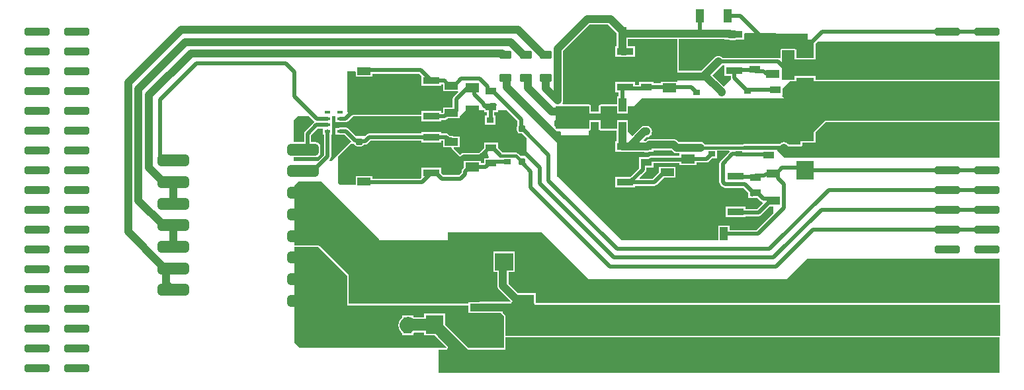
<source format=gtl>
G04*
G04 #@! TF.GenerationSoftware,Altium Limited,Altium Designer,21.8.1 (53)*
G04*
G04 Layer_Physical_Order=1*
G04 Layer_Color=255*
%FSLAX25Y25*%
%MOIN*%
G70*
G04*
G04 #@! TF.SameCoordinates,0937BB6D-0895-473D-B1AA-8B930BF7CBED*
G04*
G04*
G04 #@! TF.FilePolarity,Positive*
G04*
G01*
G75*
G04:AMPARAMS|DCode=19|XSize=59.06mil|YSize=157.48mil|CornerRadius=14.76mil|HoleSize=0mil|Usage=FLASHONLY|Rotation=270.000|XOffset=0mil|YOffset=0mil|HoleType=Round|Shape=RoundedRectangle|*
%AMROUNDEDRECTD19*
21,1,0.05906,0.12795,0,0,270.0*
21,1,0.02953,0.15748,0,0,270.0*
1,1,0.02953,-0.06398,-0.01476*
1,1,0.02953,-0.06398,0.01476*
1,1,0.02953,0.06398,0.01476*
1,1,0.02953,0.06398,-0.01476*
%
%ADD19ROUNDEDRECTD19*%
G04:AMPARAMS|DCode=20|XSize=40.16mil|YSize=125.98mil|CornerRadius=10.04mil|HoleSize=0mil|Usage=FLASHONLY|Rotation=270.000|XOffset=0mil|YOffset=0mil|HoleType=Round|Shape=RoundedRectangle|*
%AMROUNDEDRECTD20*
21,1,0.04016,0.10591,0,0,270.0*
21,1,0.02008,0.12598,0,0,270.0*
1,1,0.02008,-0.05295,-0.01004*
1,1,0.02008,-0.05295,0.01004*
1,1,0.02008,0.05295,0.01004*
1,1,0.02008,0.05295,-0.01004*
%
%ADD20ROUNDEDRECTD20*%
%ADD21R,0.03150X0.01575*%
G04:AMPARAMS|DCode=22|XSize=39.37mil|YSize=62.99mil|CornerRadius=9.84mil|HoleSize=0mil|Usage=FLASHONLY|Rotation=270.000|XOffset=0mil|YOffset=0mil|HoleType=Round|Shape=RoundedRectangle|*
%AMROUNDEDRECTD22*
21,1,0.03937,0.04331,0,0,270.0*
21,1,0.01968,0.06299,0,0,270.0*
1,1,0.01968,-0.02165,-0.00984*
1,1,0.01968,-0.02165,0.00984*
1,1,0.01968,0.02165,0.00984*
1,1,0.01968,0.02165,-0.00984*
%
%ADD22ROUNDEDRECTD22*%
%ADD23R,0.08858X0.09252*%
G04:AMPARAMS|DCode=24|XSize=35.43mil|YSize=31.5mil|CornerRadius=7.87mil|HoleSize=0mil|Usage=FLASHONLY|Rotation=0.000|XOffset=0mil|YOffset=0mil|HoleType=Round|Shape=RoundedRectangle|*
%AMROUNDEDRECTD24*
21,1,0.03543,0.01575,0,0,0.0*
21,1,0.01968,0.03150,0,0,0.0*
1,1,0.01575,0.00984,-0.00787*
1,1,0.01575,-0.00984,-0.00787*
1,1,0.01575,-0.00984,0.00787*
1,1,0.01575,0.00984,0.00787*
%
%ADD24ROUNDEDRECTD24*%
%ADD25R,0.05512X0.03740*%
%ADD26R,0.09252X0.08858*%
%ADD27R,0.03937X0.06890*%
%ADD28R,0.09449X0.03937*%
%ADD29R,0.09449X0.12992*%
%ADD30R,0.21260X0.24410*%
%ADD31R,0.03937X0.08268*%
%ADD32R,0.03543X0.03150*%
%ADD33R,0.07087X0.04528*%
%ADD34R,0.06890X0.03937*%
%ADD35R,0.08465X0.03740*%
%ADD36R,0.08465X0.12795*%
%ADD55C,0.01968*%
%ADD56C,0.01575*%
%ADD57C,0.03937*%
%ADD58C,0.05906*%
%ADD59C,0.07874*%
G36*
X-122606Y-34110D02*
Y-46461D01*
X-128280D01*
Y-42684D01*
X-128341Y-42377D01*
X-128515Y-42117D01*
X-128776Y-41943D01*
X-129083Y-41881D01*
X-135559D01*
X-135866Y-41943D01*
X-136127Y-42117D01*
X-136301Y-42377D01*
X-136362Y-42684D01*
Y-46406D01*
X-136803Y-46642D01*
X-136868Y-46599D01*
X-137559Y-46461D01*
X-165477D01*
X-165600Y-46302D01*
X-166175Y-45860D01*
X-166846Y-45583D01*
X-167565Y-45488D01*
X-168284Y-45583D01*
X-168955Y-45860D01*
X-169530Y-46302D01*
X-176228Y-53000D01*
X-187567D01*
Y-37047D01*
X-164454D01*
Y-37370D01*
X-162385D01*
X-162319Y-37398D01*
X-161600Y-37492D01*
X-159434D01*
X-158715Y-37398D01*
X-158649Y-37370D01*
X-154415D01*
Y-34342D01*
X-154060Y-33989D01*
X-122606Y-34110D01*
D02*
G37*
G36*
X-25953Y-57496D02*
X-118650D01*
Y-55728D01*
X-129083D01*
Y-57496D01*
X-135559D01*
Y-42684D01*
X-129083D01*
Y-47264D01*
X-118650D01*
Y-39188D01*
X-117603Y-38142D01*
X-25953D01*
Y-57496D01*
D02*
G37*
G36*
X-218742Y-33943D02*
Y-34268D01*
Y-40555D01*
X-219454D01*
Y-45870D01*
X-216649D01*
X-216583Y-45897D01*
X-215863Y-45992D01*
X-214434D01*
X-213715Y-45897D01*
X-213649Y-45870D01*
X-209415D01*
Y-40555D01*
X-213182D01*
Y-37047D01*
X-188370D01*
Y-58508D01*
X-196505D01*
Y-59398D01*
X-200308D01*
Y-58547D01*
X-207395D01*
Y-60172D01*
X-209415D01*
Y-58665D01*
X-219454D01*
Y-63980D01*
X-217768D01*
Y-66035D01*
X-218718D01*
Y-70020D01*
X-226986D01*
X-227293Y-70081D01*
X-227553Y-70255D01*
X-227727Y-70516D01*
X-227753Y-70646D01*
X-231730D01*
X-231756Y-70516D01*
X-231930Y-70255D01*
X-232190Y-70081D01*
X-232497Y-70020D01*
X-245689D01*
X-246192Y-69517D01*
X-246160Y-69469D01*
X-246099Y-69165D01*
X-245942Y-68786D01*
X-245848Y-68067D01*
Y-42974D01*
X-232476Y-29603D01*
X-223082D01*
X-218742Y-33943D01*
D02*
G37*
G36*
X-164454Y-50165D02*
Y-55480D01*
X-161241D01*
Y-56585D01*
X-161110Y-57244D01*
X-164734Y-60868D01*
X-170484Y-55117D01*
X-165600Y-50233D01*
X-165477Y-50074D01*
X-164916D01*
X-164454Y-50165D01*
D02*
G37*
G36*
X-350291Y-53539D02*
Y-55862D01*
X-341827D01*
Y-54413D01*
X-318225D01*
X-317161Y-55476D01*
Y-60598D01*
X-307122D01*
Y-59747D01*
X-306421D01*
X-306291Y-59877D01*
Y-63157D01*
X-298729D01*
X-298538Y-63619D01*
X-300876Y-65957D01*
X-301267Y-66543D01*
X-301405Y-67234D01*
Y-71425D01*
X-306291D01*
Y-74245D01*
X-307122D01*
Y-73394D01*
X-317161D01*
Y-75193D01*
X-345017Y-75193D01*
X-351670D01*
X-351977Y-75254D01*
X-352238Y-75428D01*
X-352238Y-75428D01*
X-352494Y-75685D01*
X-352654D01*
X-354669Y-73669D01*
Y-53260D01*
X-350648Y-53188D01*
X-350291Y-53539D01*
D02*
G37*
G36*
X-25953Y-78205D02*
X-113787D01*
X-122579Y-86996D01*
X-126059D01*
Y-90224D01*
X-126216Y-90382D01*
X-131932D01*
X-132483Y-89831D01*
X-133059Y-89389D01*
X-133729Y-89111D01*
X-134449Y-89016D01*
X-135168Y-89111D01*
X-135839Y-89389D01*
X-136414Y-89831D01*
X-136537Y-89990D01*
X-154582D01*
X-155273Y-90127D01*
X-155296Y-90142D01*
X-174386D01*
X-174662Y-89783D01*
X-175238Y-89341D01*
X-175908Y-89063D01*
X-176627Y-88968D01*
X-187551D01*
X-188107Y-88412D01*
X-188682Y-87971D01*
X-189119Y-87790D01*
Y-87622D01*
X-189892D01*
X-190072Y-87598D01*
X-202210D01*
X-202929Y-87693D01*
X-203600Y-87971D01*
X-204175Y-88412D01*
X-204250Y-88487D01*
X-204659Y-88433D01*
X-204905D01*
X-205096Y-87971D01*
X-203622Y-86496D01*
X-203021Y-86417D01*
X-202350Y-86140D01*
X-202183Y-86011D01*
X-202141Y-86003D01*
X-201621Y-85655D01*
X-201273Y-85134D01*
X-201212Y-84830D01*
X-201055Y-84452D01*
X-200960Y-83732D01*
X-201055Y-83013D01*
X-201212Y-82634D01*
X-201273Y-82330D01*
X-201621Y-81810D01*
X-202141Y-81462D01*
X-202183Y-81453D01*
X-202350Y-81325D01*
X-203021Y-81047D01*
X-203740Y-80953D01*
X-204789D01*
X-205508Y-81047D01*
X-206179Y-81325D01*
X-206754Y-81767D01*
X-210969Y-85981D01*
X-213182Y-83768D01*
Y-82268D01*
X-213206Y-82087D01*
Y-78035D01*
X-218718D01*
Y-82087D01*
X-218742Y-82268D01*
Y-82323D01*
X-226986D01*
Y-78035D01*
X-232497D01*
Y-82323D01*
X-249117D01*
X-249627Y-81813D01*
Y-70823D01*
X-248808D01*
X-248627Y-70847D01*
X-248447Y-70823D01*
X-232497D01*
Y-74500D01*
X-226986D01*
Y-70823D01*
X-218718D01*
Y-74500D01*
X-213206D01*
Y-70823D01*
X-210127D01*
X-206127Y-66823D01*
X-134232D01*
X-135421Y-65634D01*
X-135281Y-65295D01*
X-135281D01*
Y-61903D01*
X-131677Y-58299D01*
X-25953D01*
Y-78205D01*
D02*
G37*
G36*
X-268724Y-78461D02*
Y-80385D01*
X-269027Y-80838D01*
X-269149Y-81453D01*
Y-83027D01*
X-269027Y-83642D01*
X-268679Y-84163D01*
X-268158Y-84511D01*
X-267543Y-84633D01*
X-266524D01*
X-264059Y-87098D01*
Y-95996D01*
X-267288D01*
X-268548Y-94736D01*
X-269069Y-94388D01*
X-269684Y-94266D01*
X-269684Y-94266D01*
X-276310D01*
X-278618Y-91957D01*
Y-89197D01*
X-285705D01*
Y-91957D01*
X-288175Y-94427D01*
X-295796D01*
X-296488Y-94565D01*
X-297074Y-94956D01*
X-297586Y-95469D01*
X-300936Y-92119D01*
X-300744Y-91658D01*
X-297827D01*
Y-86146D01*
X-301056D01*
X-301368Y-85937D01*
X-302059Y-85800D01*
X-302787D01*
X-303424Y-85164D01*
X-304010Y-84772D01*
X-304701Y-84635D01*
X-307122D01*
Y-83784D01*
X-317161D01*
Y-84635D01*
X-343504D01*
X-344195Y-84772D01*
X-344781Y-85164D01*
X-345614Y-85996D01*
X-350059D01*
X-350089Y-86026D01*
X-353896Y-82219D01*
X-354482Y-81827D01*
X-355173Y-81690D01*
X-358197D01*
X-358888Y-81827D01*
X-359029Y-81921D01*
X-360559D01*
Y-85071D01*
X-359029D01*
X-358888Y-85165D01*
X-358197Y-85302D01*
X-355922D01*
X-352643Y-88580D01*
X-362559Y-98496D01*
X-363477D01*
X-363668Y-98034D01*
X-363219Y-97584D01*
X-362827Y-96998D01*
X-362690Y-96307D01*
Y-85071D01*
X-362134D01*
Y-82421D01*
X-362134Y-81921D01*
X-362134D01*
Y-81921D01*
X-362134D01*
Y-78772D01*
Y-75996D01*
X-360559D01*
Y-78772D01*
X-359029D01*
X-358888Y-78866D01*
X-358197Y-79003D01*
X-355425D01*
X-354734Y-78866D01*
X-354148Y-78474D01*
X-351670Y-75996D01*
X-345017D01*
X-317161Y-75996D01*
Y-78709D01*
X-307122D01*
Y-77858D01*
X-305405D01*
X-304714Y-77720D01*
X-304128Y-77328D01*
X-303737Y-76937D01*
X-297827D01*
Y-75787D01*
X-294953Y-72913D01*
X-285705D01*
Y-73886D01*
X-284167D01*
Y-75406D01*
X-285118D01*
Y-80130D01*
X-280000D01*
Y-75406D01*
X-280554D01*
Y-73886D01*
X-278618D01*
Y-72913D01*
X-274271D01*
X-268724Y-78461D01*
D02*
G37*
G36*
X-227788Y-82323D02*
X-227727Y-82630D01*
X-227553Y-82890D01*
X-227293Y-83065D01*
X-226986Y-83126D01*
X-218742D01*
Y-88555D01*
X-219454D01*
Y-93870D01*
X-216649D01*
X-216583Y-93897D01*
X-215863Y-93992D01*
X-205317D01*
X-205260Y-94016D01*
X-204541Y-94110D01*
X-203163D01*
X-202443Y-94016D01*
X-202377Y-93988D01*
X-200308D01*
Y-93158D01*
X-191224D01*
X-190668Y-93713D01*
X-190092Y-94155D01*
X-189422Y-94433D01*
X-188702Y-94528D01*
X-187182D01*
Y-96017D01*
X-201584D01*
X-202275Y-96154D01*
X-202861Y-96545D01*
X-202863Y-96547D01*
X-207395D01*
Y-99916D01*
X-207430Y-100091D01*
Y-102126D01*
X-211969Y-106665D01*
X-219454D01*
Y-111980D01*
X-209415D01*
Y-111129D01*
X-199994D01*
X-199302Y-110992D01*
X-198716Y-110600D01*
X-195029Y-106913D01*
X-189119D01*
Y-101402D01*
X-197584D01*
Y-104359D01*
X-200742Y-107517D01*
X-207058D01*
X-207249Y-107054D01*
X-204346Y-104151D01*
X-203955Y-103565D01*
X-203817Y-102874D01*
Y-101862D01*
X-200308D01*
Y-99629D01*
X-187182D01*
Y-100528D01*
X-178521D01*
Y-99283D01*
X-173499D01*
X-172807Y-99145D01*
X-172221Y-98754D01*
X-170826Y-97358D01*
X-168263D01*
Y-93354D01*
X-162128D01*
X-161937Y-93854D01*
X-166629Y-98545D01*
X-167021Y-99132D01*
X-167158Y-99823D01*
Y-109170D01*
X-167021Y-109861D01*
X-166629Y-110447D01*
X-165476Y-111600D01*
X-164890Y-111992D01*
X-164199Y-112129D01*
X-154868D01*
X-152430Y-114567D01*
Y-115591D01*
X-152395Y-115765D01*
Y-117362D01*
X-150798D01*
X-150623Y-117397D01*
X-150449Y-117362D01*
X-147863D01*
X-146275Y-118950D01*
X-145689Y-119342D01*
X-145343Y-119411D01*
X-145178Y-119953D01*
X-148128Y-122903D01*
X-153915D01*
Y-121665D01*
X-163954D01*
Y-126980D01*
X-153915D01*
Y-126516D01*
X-147380D01*
X-146689Y-126378D01*
X-146103Y-125987D01*
X-141529Y-121413D01*
X-139852D01*
Y-124993D01*
X-148375Y-133517D01*
X-161982D01*
Y-131090D01*
X-167493D01*
Y-138677D01*
X-216339D01*
X-248843Y-106173D01*
Y-85571D01*
X-248342Y-85364D01*
X-248194Y-85512D01*
X-232968D01*
Y-83126D01*
X-232497D01*
X-232190Y-83065D01*
X-231930Y-82890D01*
X-231756Y-82630D01*
X-231695Y-82323D01*
Y-78838D01*
X-227788D01*
Y-82323D01*
D02*
G37*
G36*
X-373795Y-75996D02*
X-371371Y-78420D01*
X-371309Y-78765D01*
Y-78980D01*
X-371443Y-79069D01*
X-375852Y-83479D01*
X-376244Y-84065D01*
X-376381Y-84756D01*
Y-89042D01*
X-381559D01*
Y-77996D01*
X-379559Y-75996D01*
X-373795D01*
D02*
G37*
G36*
X-306291Y-91658D02*
X-302130D01*
X-301846Y-91940D01*
X-301739Y-92119D01*
X-301677Y-92427D01*
X-301503Y-92687D01*
X-298154Y-96036D01*
X-297894Y-96210D01*
X-297586Y-96272D01*
X-297279Y-96210D01*
X-297019Y-96036D01*
X-296562Y-95580D01*
X-296175Y-95321D01*
X-295717Y-95230D01*
X-288175D01*
X-287867Y-95169D01*
X-287607Y-94995D01*
X-286187Y-93575D01*
X-284118D01*
X-283135Y-96667D01*
X-283430Y-97071D01*
X-285705D01*
Y-99694D01*
X-287337D01*
Y-98449D01*
X-295998D01*
Y-101997D01*
X-296504Y-102502D01*
X-296895Y-103088D01*
X-297033Y-103779D01*
Y-104415D01*
X-298307Y-105690D01*
X-306086D01*
X-307122Y-104654D01*
Y-101894D01*
X-317161D01*
Y-107016D01*
X-317725Y-107580D01*
X-341827D01*
Y-106130D01*
X-350291D01*
Y-110457D01*
X-358197D01*
X-359205Y-109449D01*
Y-96277D01*
X-352723Y-89795D01*
X-351252D01*
X-351199Y-89830D01*
X-351087Y-89853D01*
X-351027Y-90154D01*
X-350679Y-90675D01*
X-350158Y-91023D01*
X-349543Y-91145D01*
X-347575D01*
X-346960Y-91023D01*
X-346439Y-90675D01*
X-346235Y-90368D01*
X-345625D01*
X-344934Y-90231D01*
X-344348Y-89839D01*
X-342756Y-88247D01*
X-317161D01*
Y-89098D01*
X-307122D01*
Y-88247D01*
X-306291D01*
Y-91658D01*
D02*
G37*
G36*
X-25953Y-96996D02*
X-134059D01*
X-137976Y-93079D01*
Y-90793D01*
X-136537D01*
X-136485Y-90782D01*
X-136432Y-90786D01*
X-136332Y-90752D01*
X-136229Y-90732D01*
X-136185Y-90702D01*
X-136135Y-90685D01*
X-136056Y-90616D01*
X-135969Y-90557D01*
X-135939Y-90513D01*
X-135899Y-90478D01*
X-135842Y-90403D01*
X-135434Y-90090D01*
X-134959Y-89893D01*
X-134449Y-89826D01*
X-133939Y-89893D01*
X-133464Y-90090D01*
X-133014Y-90435D01*
X-132500Y-90949D01*
X-132239Y-91123D01*
X-131932Y-91185D01*
X-126216D01*
X-125909Y-91123D01*
X-125649Y-90949D01*
X-125649Y-90949D01*
X-125491Y-90792D01*
X-125317Y-90532D01*
X-125256Y-90224D01*
Y-89272D01*
X-118650D01*
Y-84202D01*
X-113455Y-79008D01*
X-25953D01*
Y-96996D01*
D02*
G37*
G36*
X-366858Y-85071D02*
X-366302D01*
Y-95559D01*
X-369240Y-98496D01*
X-381559D01*
Y-96611D01*
X-370445D01*
X-369562Y-96436D01*
X-368813Y-95935D01*
X-368313Y-95186D01*
X-368137Y-94303D01*
Y-91350D01*
X-368313Y-90467D01*
X-368813Y-89718D01*
X-369562Y-89218D01*
X-370445Y-89042D01*
X-372768D01*
Y-85504D01*
X-369417Y-82153D01*
X-366858D01*
Y-85071D01*
D02*
G37*
G36*
X-338059Y-138496D02*
X-304024D01*
Y-134646D01*
X-256402D01*
X-232968Y-158079D01*
X-133189D01*
X-122858Y-147748D01*
X-25953D01*
Y-170327D01*
X-259630D01*
Y-165213D01*
X-268494D01*
X-273279Y-160427D01*
Y-154713D01*
X-270146D01*
Y-144280D01*
X-280973D01*
Y-154713D01*
X-278839D01*
Y-161579D01*
X-278744Y-162298D01*
X-278466Y-162969D01*
X-278025Y-163544D01*
X-272314Y-169254D01*
X-272506Y-169716D01*
X-287976D01*
X-288157Y-169740D01*
X-293488D01*
Y-170327D01*
Y-170693D01*
X-353756D01*
Y-156496D01*
X-353756Y-156496D01*
X-353817Y-156189D01*
X-353991Y-155928D01*
X-353991Y-155928D01*
X-368491Y-141428D01*
X-368752Y-141254D01*
X-369059Y-141193D01*
X-381059D01*
Y-110996D01*
X-379059Y-108996D01*
X-367559D01*
X-338059Y-138496D01*
D02*
G37*
G36*
X-260433Y-170327D02*
X-260372Y-170635D01*
X-260198Y-170895D01*
X-259937Y-171069D01*
X-259630Y-171130D01*
X-25953D01*
X-25701Y-171337D01*
Y-186803D01*
X-274756D01*
Y-176996D01*
X-274817Y-176689D01*
X-274991Y-176428D01*
X-276059Y-175361D01*
Y-170519D01*
X-272506D01*
X-272199Y-170458D01*
X-271938Y-170284D01*
X-271764Y-170024D01*
X-271764Y-170024D01*
X-271637Y-169716D01*
X-260433D01*
Y-170327D01*
D02*
G37*
G36*
X-354559Y-156496D02*
Y-171496D01*
X-293488D01*
Y-175252D01*
X-288157D01*
X-287976Y-175276D01*
X-277279D01*
X-275559Y-176996D01*
Y-192996D01*
X-293605D01*
X-293734Y-192829D01*
X-305343Y-181220D01*
Y-175728D01*
X-315776D01*
Y-177602D01*
X-321022D01*
X-321307Y-177383D01*
Y-176650D01*
X-323556D01*
X-323866Y-176609D01*
X-324176Y-176650D01*
X-326819D01*
Y-177685D01*
X-327236Y-178005D01*
X-327432Y-178201D01*
X-328190Y-179188D01*
X-328666Y-180338D01*
X-328828Y-181571D01*
X-328666Y-182804D01*
X-328190Y-183953D01*
X-327432Y-184940D01*
X-326819Y-185411D01*
Y-186492D01*
X-321307D01*
Y-185411D01*
X-320962Y-185146D01*
X-315776D01*
Y-186555D01*
X-310678D01*
X-304698Y-192534D01*
X-304890Y-192996D01*
X-378559D01*
X-381059Y-190496D01*
Y-141996D01*
X-369059D01*
X-354559Y-156496D01*
D02*
G37*
G36*
X-294339Y-193359D02*
X-294243Y-193485D01*
X-294203Y-193520D01*
X-294173Y-193564D01*
X-294086Y-193622D01*
X-294007Y-193691D01*
X-293957Y-193708D01*
X-293913Y-193738D01*
X-293810Y-193758D01*
X-293710Y-193792D01*
X-293657Y-193789D01*
X-293605Y-193799D01*
X-275559D01*
X-275252Y-193738D01*
X-274991Y-193564D01*
X-274817Y-193303D01*
X-274756Y-192996D01*
Y-187606D01*
X-25953D01*
Y-205449D01*
X-308559D01*
Y-193799D01*
X-304890D01*
X-304583Y-193738D01*
X-304322Y-193564D01*
X-304148Y-193303D01*
X-304148Y-193303D01*
X-303957Y-192841D01*
X-303957Y-192841D01*
X-303896Y-192534D01*
X-303932Y-192350D01*
X-303957Y-192227D01*
X-304131Y-191966D01*
X-304131Y-191966D01*
X-308559Y-187538D01*
Y-186299D01*
X-301399D01*
X-294339Y-193359D01*
D02*
G37*
D19*
X-376842Y-169165D02*
D03*
Y-158260D02*
D03*
Y-147354D02*
D03*
Y-136449D02*
D03*
Y-125543D02*
D03*
Y-114638D02*
D03*
Y-103732D02*
D03*
Y-92827D02*
D03*
X-442276Y-98280D02*
D03*
Y-109185D02*
D03*
Y-120091D02*
D03*
Y-130996D02*
D03*
Y-141902D02*
D03*
Y-152807D02*
D03*
Y-163713D02*
D03*
D20*
X-490882Y-33161D02*
D03*
X-510882D02*
D03*
X-490882Y-43161D02*
D03*
X-510882D02*
D03*
X-490882Y-53161D02*
D03*
X-510882D02*
D03*
X-490882Y-63161D02*
D03*
X-510882D02*
D03*
X-490882Y-73161D02*
D03*
X-510882D02*
D03*
X-490882Y-83161D02*
D03*
X-510882D02*
D03*
X-490882Y-93161D02*
D03*
X-510882D02*
D03*
X-490882Y-103161D02*
D03*
X-510882D02*
D03*
X-490882Y-113161D02*
D03*
X-510882D02*
D03*
X-490882Y-123161D02*
D03*
X-510882D02*
D03*
X-490882Y-133161D02*
D03*
X-510882D02*
D03*
X-490882Y-143161D02*
D03*
X-510882D02*
D03*
X-490882Y-153161D02*
D03*
X-510882D02*
D03*
X-490882Y-163161D02*
D03*
X-510882D02*
D03*
X-490882Y-173161D02*
D03*
X-510882D02*
D03*
X-490882Y-183161D02*
D03*
X-510882D02*
D03*
X-490882Y-193161D02*
D03*
X-510882D02*
D03*
X-490882Y-203161D02*
D03*
X-510882D02*
D03*
X-52220D02*
D03*
X-32221D02*
D03*
X-52220Y-193161D02*
D03*
X-32221D02*
D03*
X-52220Y-183161D02*
D03*
X-32221D02*
D03*
X-52220Y-173161D02*
D03*
X-32221D02*
D03*
X-52220Y-163161D02*
D03*
X-32221D02*
D03*
X-52220Y-153161D02*
D03*
X-32221D02*
D03*
X-52220Y-143161D02*
D03*
X-32221D02*
D03*
X-52220Y-133161D02*
D03*
X-32221D02*
D03*
X-52220Y-123161D02*
D03*
X-32221D02*
D03*
X-52220Y-113161D02*
D03*
X-32221D02*
D03*
X-52220Y-103161D02*
D03*
X-32221D02*
D03*
X-52220Y-93161D02*
D03*
X-32221D02*
D03*
X-52220Y-83161D02*
D03*
X-32221D02*
D03*
X-52220Y-73161D02*
D03*
X-32221D02*
D03*
X-52220Y-63161D02*
D03*
X-32221D02*
D03*
X-52220Y-53161D02*
D03*
X-32221D02*
D03*
X-52220Y-43161D02*
D03*
X-32221D02*
D03*
X-52220Y-33161D02*
D03*
X-32221D02*
D03*
D21*
X-364496Y-74047D02*
D03*
Y-77197D02*
D03*
Y-80347D02*
D03*
Y-83496D02*
D03*
X-358197D02*
D03*
Y-80347D02*
D03*
Y-77197D02*
D03*
Y-74047D02*
D03*
D22*
X-254638Y-56646D02*
D03*
Y-44835D02*
D03*
X-264717Y-44835D02*
D03*
Y-56646D02*
D03*
X-274795Y-56646D02*
D03*
Y-44835D02*
D03*
D23*
X-123866Y-41850D02*
D03*
Y-61142D02*
D03*
Y-83858D02*
D03*
Y-103150D02*
D03*
X-310559Y-181142D02*
D03*
Y-161850D02*
D03*
D24*
X-203740Y-83732D02*
D03*
Y-78220D02*
D03*
X-165945Y-69370D02*
D03*
Y-63858D02*
D03*
X-248627Y-73579D02*
D03*
Y-68067D02*
D03*
Y-85079D02*
D03*
Y-79567D02*
D03*
X-348559Y-83240D02*
D03*
Y-88752D02*
D03*
Y-73240D02*
D03*
Y-78752D02*
D03*
X-298559Y-168240D02*
D03*
Y-173752D02*
D03*
X-350559Y-168996D02*
D03*
Y-174508D02*
D03*
X-266559Y-93240D02*
D03*
Y-98752D02*
D03*
X-266559Y-82240D02*
D03*
Y-87752D02*
D03*
D25*
X-138824Y-62638D02*
D03*
Y-70512D02*
D03*
X-142352Y-87831D02*
D03*
Y-95705D02*
D03*
X-149352Y-44331D02*
D03*
Y-52205D02*
D03*
X-148852Y-114705D02*
D03*
Y-106831D02*
D03*
X-203852Y-99205D02*
D03*
Y-91331D02*
D03*
Y-53331D02*
D03*
Y-61205D02*
D03*
X-282161Y-91854D02*
D03*
Y-99728D02*
D03*
Y-71228D02*
D03*
Y-63354D02*
D03*
D26*
X-275559Y-149496D02*
D03*
X-294850D02*
D03*
D27*
X-162962Y-25268D02*
D03*
X-176742D02*
D03*
X-178517Y-135323D02*
D03*
X-164738D02*
D03*
X-229742Y-34268D02*
D03*
X-215962D02*
D03*
X-215962Y-70268D02*
D03*
X-229742D02*
D03*
X-229742Y-82268D02*
D03*
X-215962D02*
D03*
D28*
X-287976Y-163441D02*
D03*
Y-172496D02*
D03*
Y-181551D02*
D03*
D29*
X-265142Y-172496D02*
D03*
D30*
X-333059Y-154996D02*
D03*
D31*
X-324063Y-181571D02*
D03*
X-342055Y-181571D02*
D03*
D32*
X-178420Y-63961D02*
D03*
X-178381Y-70496D02*
D03*
X-152815Y-63205D02*
D03*
X-152776Y-69740D02*
D03*
X-170861Y-88461D02*
D03*
X-170821Y-94996D02*
D03*
X-157098Y-88461D02*
D03*
X-157059Y-94996D02*
D03*
X-273813Y-99059D02*
D03*
X-273852Y-92524D02*
D03*
X-282520Y-84303D02*
D03*
X-282559Y-77768D02*
D03*
D33*
X-182852Y-97476D02*
D03*
Y-86059D02*
D03*
X-192175Y-72976D02*
D03*
Y-61559D02*
D03*
X-291667Y-90083D02*
D03*
Y-101500D02*
D03*
Y-61583D02*
D03*
Y-73000D02*
D03*
D34*
X-139852Y-104878D02*
D03*
Y-118658D02*
D03*
X-140352Y-54658D02*
D03*
Y-40878D02*
D03*
X-193352Y-90378D02*
D03*
Y-104157D02*
D03*
X-302059Y-102681D02*
D03*
Y-88902D02*
D03*
Y-60402D02*
D03*
Y-74181D02*
D03*
X-346059Y-66886D02*
D03*
Y-53106D02*
D03*
Y-108886D02*
D03*
Y-95106D02*
D03*
D35*
X-158934Y-124323D02*
D03*
Y-115268D02*
D03*
Y-106213D02*
D03*
X-159434Y-52823D02*
D03*
Y-43768D02*
D03*
Y-34713D02*
D03*
X-312142Y-76051D02*
D03*
Y-66996D02*
D03*
Y-57941D02*
D03*
Y-104551D02*
D03*
Y-95496D02*
D03*
Y-86441D02*
D03*
X-214434Y-109323D02*
D03*
Y-100268D02*
D03*
Y-91213D02*
D03*
Y-61323D02*
D03*
Y-52268D02*
D03*
Y-43213D02*
D03*
D36*
X-181769Y-115268D02*
D03*
X-182269Y-43768D02*
D03*
X-334976Y-66996D02*
D03*
Y-95496D02*
D03*
X-237269Y-100268D02*
D03*
Y-52268D02*
D03*
D55*
X-32221Y-33161D02*
X-30236D01*
X-52220D02*
X-32221D01*
X-140352Y-40878D02*
X-123091D01*
X-149352Y-44331D02*
X-148966D01*
X-181706D02*
X-149352D01*
X-32221Y-103161D02*
X-29228D01*
X-52220D02*
X-32221D01*
X-123602D02*
X-52220D01*
X-124874Y-101890D02*
X-123602Y-103161D01*
X-148966Y-105945D02*
X-144395D01*
X-149852Y-106831D02*
X-148966Y-105945D01*
X-32221Y-113161D02*
X-30488D01*
X-52220D02*
X-32221D01*
X-112005D02*
X-52220D01*
X-304331Y-59606D02*
X-302059D01*
X-32221Y-123161D02*
X-30740D01*
X-52220D02*
X-32221D01*
X-115657D02*
X-52220D01*
X-32221Y-133161D02*
X-30740D01*
X-52220D02*
X-32221D01*
X-119862D02*
X-52220D01*
X-167565Y-48268D02*
X-137559D01*
X-154582Y-91796D02*
X-134449D01*
X-317476Y-52606D02*
X-312142Y-57941D01*
X-344583Y-52606D02*
X-317476D01*
X-312142Y-57941D02*
X-305673D01*
X-343504Y-86441D02*
X-304701D01*
X-345625Y-88562D02*
X-343504Y-86441D01*
X-316976Y-109386D02*
X-312142Y-104551D01*
X-344583Y-109386D02*
X-316976D01*
X-312142Y-104551D02*
X-309780D01*
X-348559Y-88752D02*
X-348369Y-88562D01*
X-345625D01*
X-448862Y-96349D02*
X-446931Y-98280D01*
X-448906Y-94835D02*
X-448862Y-94879D01*
X-446931Y-98280D02*
X-442276D01*
X-448862Y-96349D02*
Y-94879D01*
X-448906Y-94835D02*
Y-67622D01*
X-430512Y-49228D01*
X-385661D01*
X-381378Y-53512D01*
Y-65858D02*
X-370039Y-77197D01*
X-381378Y-65858D02*
Y-53512D01*
X-370039Y-77197D02*
X-364496D01*
X-376506Y-92827D02*
X-374575Y-90896D01*
X-376842Y-92827D02*
X-376506D01*
X-374575Y-90896D02*
Y-84756D01*
X-370165Y-80347D01*
X-364496D01*
X-371921Y-103732D02*
X-364496Y-96307D01*
Y-83496D01*
X-376842Y-103732D02*
X-371921D01*
X-353284Y-80347D02*
X-350980Y-82650D01*
X-349150D01*
X-358197Y-80347D02*
X-353284D01*
X-349150Y-82650D02*
X-348559Y-83240D01*
X-355425Y-77197D02*
X-351576Y-73348D01*
X-348666D01*
X-358197Y-77197D02*
X-355425D01*
X-348666Y-73348D02*
X-348559Y-73240D01*
X-343559D01*
X-358197Y-83496D02*
X-355173D01*
X-350508Y-88161D01*
X-349150D02*
X-348559Y-88752D01*
X-350508Y-88161D02*
X-349150D01*
X-123866Y-41653D02*
X-123091Y-40878D01*
X-115177Y-33161D02*
X-52220D01*
X-123866Y-41850D02*
Y-41653D01*
X-120421Y-38209D02*
X-120224D01*
X-115177Y-33161D01*
X-135387Y-101890D02*
X-124874D01*
X-141804Y-142961D02*
X-112005Y-113161D01*
X-139740Y-147244D02*
X-115657Y-123161D01*
X-138480Y-151779D02*
X-119862Y-133161D01*
X-222276Y-151779D02*
X-138480D01*
X-220311Y-147244D02*
X-139740D01*
X-262059Y-111996D02*
X-222276Y-151779D01*
X-257559Y-109996D02*
X-220311Y-147244D01*
X-253059Y-108496D02*
X-218595Y-142961D01*
X-141804D01*
X-123091Y-40878D02*
X-120421Y-38209D01*
X-203852Y-61205D02*
X-181373D01*
X-178617Y-63961D01*
X-178420D01*
X-159434Y-56585D02*
Y-52823D01*
Y-56585D02*
X-153602Y-62417D01*
Y-62614D02*
X-153579Y-62638D01*
X-138824D01*
X-157072Y-52514D02*
X-150161D01*
X-153602Y-62614D02*
Y-62417D01*
X-149852Y-52205D02*
X-148966Y-53091D01*
X-159434Y-52823D02*
X-157072D01*
X-138375Y-104878D02*
X-135387Y-101890D01*
X-204625Y-61978D02*
X-203852Y-61205D01*
X-213779Y-61978D02*
X-204625D01*
X-214434Y-61323D02*
X-213779Y-61978D01*
X-139852Y-104878D02*
X-138375D01*
X-262059Y-111996D02*
Y-103752D01*
X-257559Y-109996D02*
Y-102043D01*
X-253059Y-108496D02*
Y-95543D01*
X-265772Y-100039D02*
X-262059Y-103752D01*
X-266362Y-93240D02*
X-257559Y-102043D01*
X-266362Y-82240D02*
X-253059Y-95543D01*
X-134831Y-50996D02*
X-105559D01*
X-137559Y-48268D02*
X-134831Y-50996D01*
X-266559Y-82240D02*
X-266362D01*
X-266917Y-81882D02*
X-266559Y-82240D01*
X-266917Y-81882D02*
Y-77713D01*
X-281276Y-63354D02*
X-266917Y-77713D01*
X-282161Y-63354D02*
X-281276D01*
X-282368Y-70342D02*
X-280368D01*
X-282360Y-77569D02*
Y-71427D01*
X-282559Y-77768D02*
X-282360Y-77569D01*
Y-71427D02*
X-282161Y-71228D01*
X-266559Y-98752D02*
X-266362D01*
X-265772Y-100039D02*
Y-99343D01*
X-266362Y-98752D02*
X-265772Y-99343D01*
X-266559Y-93240D02*
X-266362D01*
X-137391Y-107339D02*
Y-105862D01*
Y-107339D02*
X-134635Y-110094D01*
X-138375Y-104878D02*
X-137391Y-105862D01*
X-134635Y-122331D02*
Y-110094D01*
X-164738Y-135323D02*
X-147627D01*
X-134635Y-122331D01*
X-156185Y-124709D02*
X-147380D01*
X-141328Y-118658D01*
X-176742Y-34100D02*
X-176574Y-34268D01*
X-176352Y-34490D02*
X-161822D01*
X-159657D01*
X-156564Y-25268D02*
X-142812Y-39020D01*
X-162962Y-25268D02*
X-156564D01*
X-142812Y-39917D02*
X-141852Y-40878D01*
X-142812Y-39917D02*
Y-39020D01*
X-229742Y-82842D02*
Y-82268D01*
X-150623Y-115591D02*
Y-113819D01*
X-144997Y-117673D02*
X-140836D01*
X-139852Y-118658D01*
X-148852Y-114705D02*
X-147966D01*
X-144997Y-117673D01*
X-150623Y-115591D02*
X-149738Y-114705D01*
X-148852D01*
X-158934Y-124323D02*
X-156572D01*
X-154119Y-110323D02*
X-150623Y-113819D01*
X-164199Y-110323D02*
X-154119D01*
X-165352Y-109170D02*
X-164199Y-110323D01*
X-165352Y-109170D02*
Y-99823D01*
X-141328Y-118658D02*
X-139852D01*
X-283933Y-62697D02*
Y-61004D01*
Y-62697D02*
X-283276Y-63354D01*
X-287941Y-56996D02*
X-283933Y-61004D01*
X-297177Y-56996D02*
X-287941D01*
X-298559Y-98996D02*
X-295796Y-96233D01*
X-298559Y-99181D02*
Y-98996D01*
X-300583Y-102681D02*
X-299598Y-101697D01*
Y-100221D01*
X-298559Y-99181D01*
X-302059Y-102681D02*
X-300583D01*
X-295796Y-96233D02*
X-287426D01*
X-295226Y-103779D02*
X-292947Y-101500D01*
X-295226Y-105163D02*
Y-103779D01*
X-292947Y-101500D02*
X-291667D01*
X-284819D01*
X-282161Y-99059D02*
X-276010D01*
X-284819Y-101500D02*
X-283047Y-99728D01*
X-282161D01*
X-283047Y-91854D02*
X-282161D01*
X-287426Y-96233D02*
X-283047Y-91854D01*
X-277559Y-95871D02*
Y-95571D01*
X-282161Y-91854D02*
X-281276D01*
X-277559Y-95571D01*
X-297559Y-107496D02*
X-295226Y-105163D01*
X-284161Y-71228D02*
X-283276D01*
X-305405Y-76051D02*
X-302797Y-73443D01*
X-293947Y-61583D02*
X-291779D01*
X-300583Y-74181D02*
X-299598Y-73197D01*
Y-67234D01*
X-293947Y-61583D01*
X-302059Y-74181D02*
X-300583D01*
X-202966Y-99205D02*
X-201584Y-97823D01*
X-184478D01*
X-204738Y-99205D02*
X-202966D01*
X-184478Y-97823D02*
X-183492Y-96837D01*
X-182852Y-97476D02*
X-173499D01*
X-156705Y-95350D02*
X-142706D01*
X-142352Y-95705D01*
X-157059Y-94996D02*
X-156705Y-95350D01*
X-165352Y-99823D02*
X-160525Y-94996D01*
X-157059D01*
X-173499Y-97476D02*
X-171018Y-94996D01*
X-170821D01*
X-142352Y-55158D02*
X-141852Y-54658D01*
X-143718Y-105268D02*
X-141852D01*
Y-104878D02*
X-141824Y-104905D01*
X-346059Y-66386D02*
X-335587D01*
X-343559Y-73240D02*
X-343339Y-73020D01*
X-338835D01*
X-334976Y-69161D01*
Y-66996D01*
X-335587Y-66386D02*
X-334976Y-66996D01*
X-306835Y-107496D02*
X-297559D01*
X-300583Y-60402D02*
X-297177Y-56996D01*
X-302059Y-60402D02*
X-300583D01*
X-305673Y-57941D02*
X-304520Y-59094D01*
Y-59417D02*
Y-59094D01*
Y-59417D02*
X-304331Y-59606D01*
X-285831Y-70342D02*
Y-69457D01*
X-290500Y-64787D02*
X-285831Y-69457D01*
Y-70342D02*
X-284945Y-71228D01*
X-291779Y-61583D02*
X-290500Y-62862D01*
Y-64787D02*
Y-62862D01*
X-312142Y-76051D02*
X-305405D01*
X-309780Y-95496D02*
X-304520Y-100756D01*
X-303535Y-102681D02*
X-302059D01*
X-312142Y-95496D02*
X-309780D01*
X-304520Y-101697D02*
Y-100756D01*
Y-101697D02*
X-303535Y-102681D01*
X-309780Y-104551D02*
X-306835Y-107496D01*
X-334976Y-95496D02*
X-312142D01*
X-334976Y-66996D02*
X-312142D01*
X-303535Y-87606D02*
X-302059D01*
X-304701Y-86441D02*
X-303535Y-87606D01*
X-176742Y-34100D02*
Y-25268D01*
X-214434Y-109323D02*
X-212072D01*
X-199994D01*
X-194828Y-104157D02*
X-193352D01*
X-199994Y-109323D02*
X-194828Y-104157D01*
X-156572Y-124323D02*
X-156185Y-124709D01*
X-144395Y-105945D02*
X-143718Y-105268D01*
X-146497Y-41862D02*
X-142836D01*
X-148966Y-44331D02*
X-146497Y-41862D01*
X-148966Y-53091D02*
X-144895D01*
X-143328Y-54658D01*
X-141852D01*
X-214434Y-43213D02*
X-212072D01*
X-237269Y-61618D02*
X-231080Y-67807D01*
X-230726D01*
X-229742Y-68791D01*
X-237269Y-61618D02*
Y-52268D01*
X-229742Y-70268D02*
Y-68791D01*
X-231080Y-36728D02*
X-230726D01*
X-229742Y-35744D01*
X-237269Y-52268D02*
Y-42917D01*
X-231080Y-36728D01*
X-229742Y-35744D02*
Y-34268D01*
X-215962Y-62209D02*
X-214944Y-61191D01*
X-215962Y-70268D02*
Y-62209D01*
X-150161Y-52514D02*
X-149852Y-52205D01*
X-159657Y-34490D02*
X-159434Y-34713D01*
X-205623Y-102874D02*
Y-100091D01*
X-204738Y-99205D01*
X-212072Y-109323D02*
X-205623Y-102874D01*
X-182269Y-43768D02*
X-181706Y-44331D01*
X-150161Y-106522D02*
X-149852Y-106831D01*
X-158934Y-106213D02*
X-158625Y-106522D01*
X-150161D01*
D56*
X-346059Y-95496D02*
X-334976D01*
X-176627Y-91748D02*
X-154582D01*
X-277559Y-95871D02*
X-269684D01*
X-267590Y-97965D01*
X-346059Y-95606D02*
Y-95496D01*
D57*
X-174415Y-55117D02*
X-167565Y-48268D01*
X-174415Y-55117D02*
X-165945Y-63587D01*
X-203852Y-53331D02*
X-203753Y-53429D01*
X-203064D02*
X-200714Y-55779D01*
X-203753Y-53429D02*
X-203064D01*
X-200714Y-55779D02*
X-173753D01*
X-97724Y-93161D02*
X-77724D01*
X-133083D02*
X-97724D01*
X-134449Y-91796D02*
X-133083Y-93161D01*
X-444631Y-153791D02*
X-442276Y-152807D01*
X-445792Y-160681D02*
X-444639Y-161834D01*
X-443745Y-162728D02*
X-443260D01*
X-445792Y-153932D02*
X-445792Y-153932D01*
X-445792Y-153932D02*
X-444631Y-153791D01*
X-445792Y-160681D02*
Y-153932D01*
X-444639Y-161834D02*
X-443745Y-162728D01*
X-448181Y-151823D02*
X-447197Y-152807D01*
X-465031Y-134394D02*
X-448181Y-151244D01*
X-465031Y-134394D02*
Y-58803D01*
X-448181Y-151823D02*
Y-151244D01*
X-443260Y-162728D02*
X-442276Y-163713D01*
X-465031Y-58803D02*
X-438323Y-32094D01*
X-268559D01*
X-436307Y-38646D02*
X-272087D01*
X-454449Y-65354D02*
X-433284Y-44189D01*
X-276622D01*
X-459740Y-62079D02*
X-436307Y-38646D01*
X-454449Y-101933D02*
Y-65354D01*
X-459740Y-118453D02*
Y-62079D01*
X-255819Y-44835D02*
X-254638D01*
X-268559Y-32094D02*
X-255819Y-44835D01*
X-442276Y-141902D02*
Y-130996D01*
Y-120091D02*
Y-109185D01*
X-459740Y-118453D02*
X-447197Y-130996D01*
X-442276D01*
X-454449Y-101933D02*
X-447197Y-109185D01*
X-265898Y-44835D02*
X-264717D01*
X-272087Y-38646D02*
X-265898Y-44835D01*
X-276622Y-44189D02*
X-275976Y-44835D01*
X-274795D01*
X-447197Y-109185D02*
X-442276D01*
X-254638Y-62056D02*
X-248627Y-68067D01*
X-254638Y-62056D02*
Y-56646D01*
X-263535Y-61496D02*
Y-56646D01*
X-264717D02*
X-263535D01*
Y-61496D02*
X-251453Y-73579D01*
X-248627D01*
X-274251Y-61120D02*
X-237269Y-98102D01*
X-274795Y-56646D02*
X-274251D01*
Y-61120D02*
Y-56646D01*
X-165945Y-63858D02*
Y-63587D01*
X-211206Y-53331D02*
X-203852D01*
X-212269Y-91213D02*
X-204659D01*
X-212269D02*
X-204789Y-83732D01*
X-203740D01*
X-214434Y-91213D02*
X-212269D01*
X-214434Y-52268D02*
X-214336Y-52366D01*
X-212171D01*
X-211206Y-53331D01*
X-233627Y-26823D02*
X-221931D01*
X-248627Y-68067D02*
Y-41823D01*
X-233627Y-26823D01*
X-181769Y-130595D02*
X-178517Y-133846D01*
X-181769Y-130595D02*
Y-115268D01*
X-178517Y-135323D02*
Y-133846D01*
X-276059Y-149496D02*
X-273793Y-151762D01*
X-276059Y-161579D02*
X-265142Y-172496D01*
X-276059Y-161579D02*
Y-149496D01*
X-287976Y-172496D02*
X-266913D01*
X-237269Y-52268D02*
X-214434D01*
X-215962Y-43114D02*
X-215863Y-43213D01*
X-214434D01*
X-215962Y-43114D02*
Y-34268D01*
X-176574D01*
X-162045D02*
X-161822Y-34490D01*
X-161600Y-34713D01*
X-176574Y-34268D02*
X-162045D01*
X-161600Y-34713D02*
X-159434D01*
X-221931Y-26823D02*
X-215962Y-32791D01*
Y-34268D02*
Y-32791D01*
X-188702Y-91748D02*
X-176627D01*
X-190072Y-90378D02*
X-188702Y-91748D01*
X-193352Y-90378D02*
X-190072D01*
X-203852Y-91331D02*
X-203163D01*
X-202210Y-90378D01*
X-193352D01*
X-204659Y-91213D02*
X-204541Y-91331D01*
X-203852D01*
X-215962Y-91114D02*
Y-82268D01*
X-215863Y-91213D02*
X-214434D01*
X-215962Y-91114D02*
X-215863Y-91213D01*
X-237269Y-100268D02*
Y-98102D01*
X-224434Y-115268D02*
X-181769D01*
X-237269Y-102433D02*
Y-100268D01*
Y-102433D02*
X-224434Y-115268D01*
X-229742Y-90437D02*
Y-82842D01*
X-237269Y-98102D02*
X-233127Y-93961D01*
Y-93823D01*
X-229742Y-90437D01*
X-181769Y-115268D02*
X-158934D01*
X-237269Y-100268D02*
X-214434D01*
D58*
X-310559Y-181339D02*
Y-181142D01*
Y-181339D02*
X-296402Y-195496D01*
X-323866Y-181374D02*
X-310791D01*
D59*
X-310559Y-181142D01*
X-324063Y-181571D02*
X-323866Y-181374D01*
M02*

</source>
